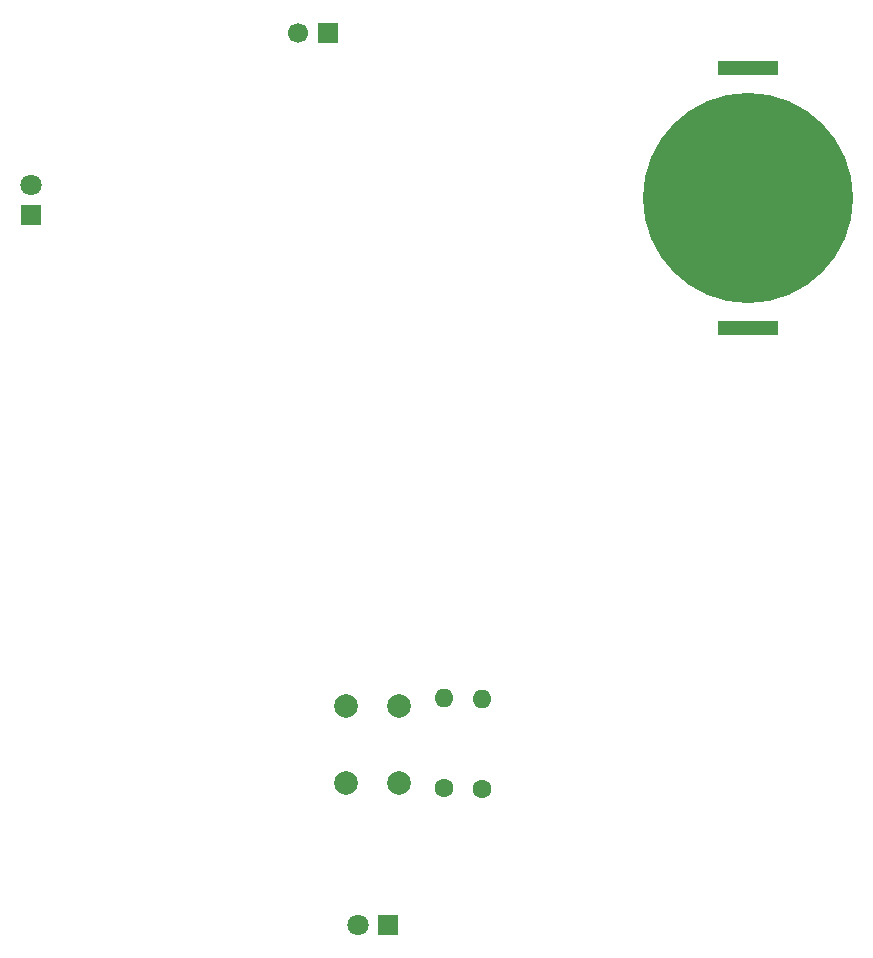
<source format=gbr>
%TF.GenerationSoftware,KiCad,Pcbnew,9.0.1*%
%TF.CreationDate,2025-04-25T02:08:01-06:00*%
%TF.ProjectId,Now were talkin,4e6f7720-7765-4726-9520-74616c6b696e,rev?*%
%TF.SameCoordinates,Original*%
%TF.FileFunction,Soldermask,Bot*%
%TF.FilePolarity,Negative*%
%FSLAX46Y46*%
G04 Gerber Fmt 4.6, Leading zero omitted, Abs format (unit mm)*
G04 Created by KiCad (PCBNEW 9.0.1) date 2025-04-25 02:08:01*
%MOMM*%
%LPD*%
G01*
G04 APERTURE LIST*
%ADD10R,5.080000X1.270000*%
%ADD11C,17.800000*%
%ADD12C,1.800000*%
%ADD13R,1.800000X1.800000*%
%ADD14C,1.700000*%
%ADD15R,1.700000X1.700000*%
%ADD16O,1.600000X1.600000*%
%ADD17C,1.600000*%
%ADD18C,2.000000*%
G04 APERTURE END LIST*
D10*
%TO.C,BT2*%
X201572711Y-95733134D03*
X201572711Y-117703134D03*
D11*
X201572711Y-106718134D03*
%TD*%
D12*
%TO.C,D3*%
X140924867Y-105570290D03*
D13*
X140924867Y-108110290D03*
%TD*%
D14*
%TO.C,M2*%
X163532711Y-92718134D03*
D15*
X166072711Y-92718134D03*
%TD*%
D16*
%TO.C,R5*%
X175887555Y-149078990D03*
D17*
X175887555Y-156698990D03*
%TD*%
D16*
%TO.C,R4*%
X179072711Y-149098134D03*
D17*
X179072711Y-156718134D03*
%TD*%
D18*
%TO.C,SW2*%
X167572711Y-149718134D03*
X167572711Y-156218134D03*
X172072711Y-149718134D03*
X172072711Y-156218134D03*
%TD*%
D13*
%TO.C,D4*%
X171072711Y-168218134D03*
D12*
X168532711Y-168218134D03*
%TD*%
M02*

</source>
